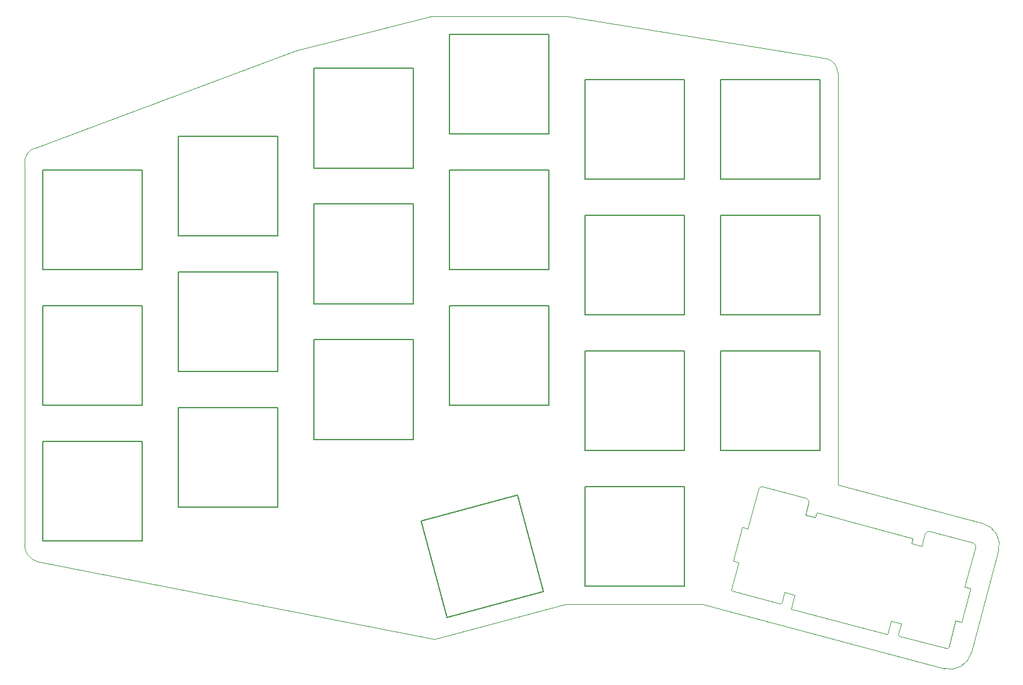
<source format=gm1>
G04 #@! TF.GenerationSoftware,KiCad,Pcbnew,8.0.4*
G04 #@! TF.CreationDate,2024-08-16T14:16:44+09:00*
G04 #@! TF.ProjectId,TrueStrike42-top-plate,54727565-5374-4726-996b-6534322d746f,rev?*
G04 #@! TF.SameCoordinates,Original*
G04 #@! TF.FileFunction,Profile,NP*
%FSLAX46Y46*%
G04 Gerber Fmt 4.6, Leading zero omitted, Abs format (unit mm)*
G04 Created by KiCad (PCBNEW 8.0.4) date 2024-08-16 14:16:44*
%MOMM*%
%LPD*%
G01*
G04 APERTURE LIST*
G04 #@! TA.AperFunction,Profile*
%ADD10C,0.050000*%
G04 #@! TD*
G04 #@! TA.AperFunction,Profile*
%ADD11C,0.150000*%
G04 #@! TD*
%ADD12C,0.100000*%
G04 APERTURE END LIST*
D10*
X129258240Y-114857418D02*
X149675323Y-120338512D01*
X110249558Y-131638187D02*
X144227183Y-140671251D01*
X151839071Y-124086231D02*
X147974903Y-138507504D01*
X129241853Y-57018870D02*
X129258240Y-114857418D01*
X14970405Y-69793239D02*
G75*
G02*
X16290354Y-67625425I2104925J204099D01*
G01*
X16710756Y-125643533D02*
X72540049Y-136566027D01*
X127656223Y-55037090D02*
G75*
G02*
X129241883Y-57018869I-528123J-2047810D01*
G01*
X147974903Y-138507504D02*
G75*
G02*
X144227196Y-140671203I-2955703J792004D01*
G01*
X72087505Y-49102926D02*
X53077720Y-53885996D01*
X91037525Y-131609644D02*
X110249558Y-131638187D01*
X127656223Y-55037090D02*
X91141699Y-49121983D01*
X16710756Y-125643533D02*
G75*
G02*
X14953994Y-123343463I712244J2364933D01*
G01*
X72540049Y-136566027D02*
X91037525Y-131609644D01*
X91141699Y-49121983D02*
X72087505Y-49102926D01*
X53077720Y-53885996D02*
X16290355Y-67625428D01*
X149675323Y-120338512D02*
G75*
G02*
X151838992Y-124086210I-792023J-2955688D01*
G01*
X14970405Y-69793239D02*
X14953983Y-123343463D01*
D11*
X55574746Y-56389401D02*
X55574746Y-70389401D01*
X55574746Y-70389401D02*
X69574746Y-70389401D01*
X69574746Y-56389401D02*
X55574746Y-56389401D01*
X69574746Y-56389401D02*
X69574746Y-70389401D01*
X93674757Y-96076901D02*
X93674757Y-110076901D01*
X93674757Y-110076901D02*
X107674757Y-110076901D01*
X107674757Y-96076901D02*
X93674757Y-96076901D01*
X107674757Y-96076901D02*
X107674757Y-110076901D01*
X36524741Y-65914392D02*
X36524741Y-79914392D01*
X36524741Y-79914392D02*
X50524741Y-79914392D01*
X50524741Y-65914392D02*
X36524741Y-65914392D01*
X50524741Y-65914392D02*
X50524741Y-79914392D01*
X74624748Y-70676891D02*
X74624748Y-84676891D01*
X74624748Y-84676891D02*
X88624748Y-84676891D01*
X88624748Y-70676891D02*
X74624748Y-70676891D01*
X88624748Y-70676891D02*
X88624748Y-84676891D01*
X36524748Y-84964395D02*
X36524748Y-98964395D01*
X36524748Y-98964395D02*
X50524748Y-98964395D01*
X50524748Y-84964395D02*
X36524748Y-84964395D01*
X50524748Y-84964395D02*
X50524748Y-98964395D01*
D12*
X114313067Y-129503198D02*
X115314535Y-125765666D01*
X114489828Y-129809386D02*
X114391523Y-129757520D01*
X114327048Y-129671576D01*
X114304498Y-129565582D01*
X114313067Y-129503198D01*
X114507630Y-125549452D02*
X115773274Y-120826002D01*
X115314535Y-125765666D02*
X114507630Y-125549452D01*
X115773274Y-120826002D02*
X116580181Y-121042213D01*
X116580181Y-121042213D02*
X118069783Y-115482945D01*
X118069783Y-115482945D02*
X118105675Y-115388238D01*
X118173511Y-115286317D01*
X118262381Y-115205278D01*
X118367477Y-115147900D01*
X118483988Y-115116960D01*
X118607107Y-115115234D01*
X118682150Y-115129377D01*
X118682150Y-115129377D02*
X124791591Y-116766398D01*
X121082221Y-131575813D02*
X114489828Y-129809386D01*
X121388417Y-131399031D02*
X121336553Y-131497340D01*
X121250611Y-131561825D01*
X121144613Y-131584381D01*
X121082221Y-131575813D01*
X121766062Y-129989645D02*
X121388417Y-131399031D01*
X122661870Y-132280574D02*
X123174593Y-130367059D01*
X123174593Y-130367059D02*
X121766062Y-129989645D01*
X124683175Y-119102823D02*
X126091711Y-119480239D01*
X124791591Y-116766398D02*
X124886290Y-116802289D01*
X124988204Y-116870126D01*
X125069237Y-116959000D01*
X125126612Y-117064099D01*
X125157550Y-117180615D01*
X125159275Y-117303736D01*
X125145133Y-117378779D01*
X125145133Y-117378779D02*
X124683175Y-119102823D01*
X126091711Y-119480239D02*
X126285333Y-118757627D01*
X126285333Y-118757627D02*
X139808281Y-122381091D01*
X136184820Y-135904038D02*
X122661870Y-132280574D01*
X136697543Y-133990523D02*
X136184820Y-135904038D01*
X137747527Y-135782443D02*
X138125171Y-134373054D01*
X137924307Y-136088636D02*
X137825990Y-136036767D01*
X137761510Y-135950821D01*
X137738959Y-135844827D01*
X137747527Y-135782443D01*
X138125171Y-134373054D02*
X136697543Y-133990523D01*
X139614658Y-123103701D02*
X141042286Y-123486234D01*
X139808281Y-122381091D02*
X139614658Y-123103701D01*
X141042286Y-123486234D02*
X141504243Y-121762189D01*
X141504243Y-121762189D02*
X141540136Y-121667483D01*
X141607974Y-121565562D01*
X141696847Y-121484525D01*
X141801944Y-121427147D01*
X141918456Y-121396207D01*
X142041571Y-121394480D01*
X142116609Y-121408622D01*
X142116609Y-121408622D02*
X148216794Y-123043162D01*
X144507445Y-137852584D02*
X137924307Y-136088636D01*
X144813641Y-137675803D02*
X144761774Y-137774110D01*
X144675827Y-137838593D01*
X144569831Y-137861150D01*
X144507445Y-137852584D01*
X145815110Y-133938268D02*
X144813641Y-137675803D01*
X146621997Y-134154473D02*
X145815110Y-133938268D01*
X147080755Y-129214817D02*
X147887641Y-129431021D01*
X147887641Y-129431021D02*
X146621997Y-134154473D01*
X148216794Y-123043162D02*
X148311500Y-123079055D01*
X148413420Y-123146893D01*
X148494457Y-123235768D01*
X148551834Y-123340868D01*
X148582774Y-123457384D01*
X148584499Y-123580505D01*
X148570356Y-123655548D01*
X148570356Y-123655548D02*
X147080755Y-129214817D01*
D11*
X93674754Y-115126896D02*
X93674754Y-129126896D01*
X93674754Y-129126896D02*
X107674754Y-129126896D01*
X107674754Y-115126896D02*
X93674754Y-115126896D01*
X107674754Y-115126896D02*
X107674754Y-129126896D01*
X17474748Y-89726899D02*
X17474748Y-103726899D01*
X17474748Y-103726899D02*
X31474748Y-103726899D01*
X31474748Y-89726899D02*
X17474748Y-89726899D01*
X31474748Y-89726899D02*
X31474748Y-103726899D01*
X93674763Y-57976897D02*
X93674763Y-71976897D01*
X93674763Y-71976897D02*
X107674763Y-71976897D01*
X107674763Y-57976897D02*
X93674763Y-57976897D01*
X107674763Y-57976897D02*
X107674763Y-71976897D01*
X55574764Y-94489399D02*
X55574764Y-108489399D01*
X55574764Y-108489399D02*
X69574764Y-108489399D01*
X69574764Y-94489399D02*
X55574764Y-94489399D01*
X69574764Y-94489399D02*
X69574764Y-108489399D01*
X112724763Y-77026906D02*
X112724763Y-91026906D01*
X112724763Y-91026906D02*
X126724763Y-91026906D01*
X126724763Y-77026906D02*
X112724763Y-77026906D01*
X126724763Y-77026906D02*
X126724763Y-91026906D01*
X17474753Y-70676892D02*
X17474753Y-84676892D01*
X17474753Y-84676892D02*
X31474753Y-84676892D01*
X31474753Y-70676892D02*
X17474753Y-70676892D01*
X31474753Y-70676892D02*
X31474753Y-84676892D01*
X17474752Y-108776902D02*
X17474752Y-122776902D01*
X17474752Y-122776902D02*
X31474752Y-122776902D01*
X31474752Y-108776902D02*
X17474752Y-108776902D01*
X31474752Y-108776902D02*
X31474752Y-122776902D01*
X55574752Y-75439412D02*
X55574752Y-89439412D01*
X55574752Y-89439412D02*
X69574752Y-89439412D01*
X69574752Y-75439412D02*
X55574752Y-75439412D01*
X69574752Y-75439412D02*
X69574752Y-89439412D01*
X74624757Y-89726901D02*
X74624757Y-103726901D01*
X74624757Y-103726901D02*
X88624757Y-103726901D01*
X88624757Y-89726901D02*
X74624757Y-89726901D01*
X88624757Y-89726901D02*
X88624757Y-103726901D01*
X36524745Y-104014396D02*
X36524745Y-118014396D01*
X36524745Y-118014396D02*
X50524745Y-118014396D01*
X50524745Y-104014396D02*
X36524745Y-104014396D01*
X50524745Y-104014396D02*
X50524745Y-118014396D01*
X70694713Y-119978426D02*
X74318179Y-133501386D01*
X74318179Y-133501386D02*
X87841139Y-129877920D01*
X84217673Y-116354960D02*
X70694713Y-119978426D01*
X84217673Y-116354960D02*
X87841139Y-129877920D01*
X112724755Y-96076893D02*
X112724755Y-110076893D01*
X112724755Y-110076893D02*
X126724755Y-110076893D01*
X126724755Y-96076893D02*
X112724755Y-96076893D01*
X126724755Y-96076893D02*
X126724755Y-110076893D01*
X93674747Y-77026895D02*
X93674747Y-91026895D01*
X93674747Y-91026895D02*
X107674747Y-91026895D01*
X107674747Y-77026895D02*
X93674747Y-77026895D01*
X107674747Y-77026895D02*
X107674747Y-91026895D01*
X74624737Y-51626894D02*
X74624737Y-65626894D01*
X74624737Y-65626894D02*
X88624737Y-65626894D01*
X88624737Y-51626894D02*
X74624737Y-51626894D01*
X88624737Y-51626894D02*
X88624737Y-65626894D01*
X112724755Y-57976909D02*
X112724755Y-71976909D01*
X112724755Y-71976909D02*
X126724755Y-71976909D01*
X126724755Y-57976909D02*
X112724755Y-57976909D01*
X126724755Y-57976909D02*
X126724755Y-71976909D01*
M02*

</source>
